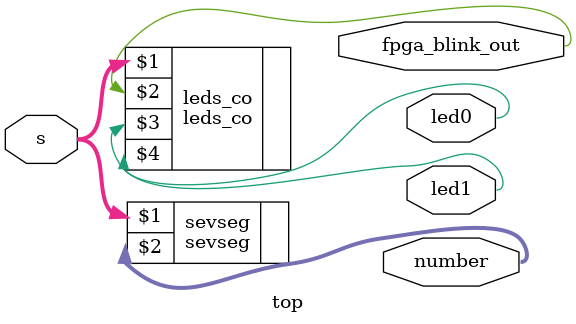
<source format=sv>
/*
by Carlos Ojeda de Silva, September 3 2025
cojedadesilva@g.hmc.edu
This file combines both tasks for lab1
*/
module top(
	input 	logic [3:0] s,
	output 	logic fpga_blink_out, led0, led1,
	output  logic [6:0] number
);
leds_co leds_co(s[3:0], fpga_blink_out, led0, led1);
sevseg sevseg(s[3:0], number[6:0]); 
endmodule

</source>
